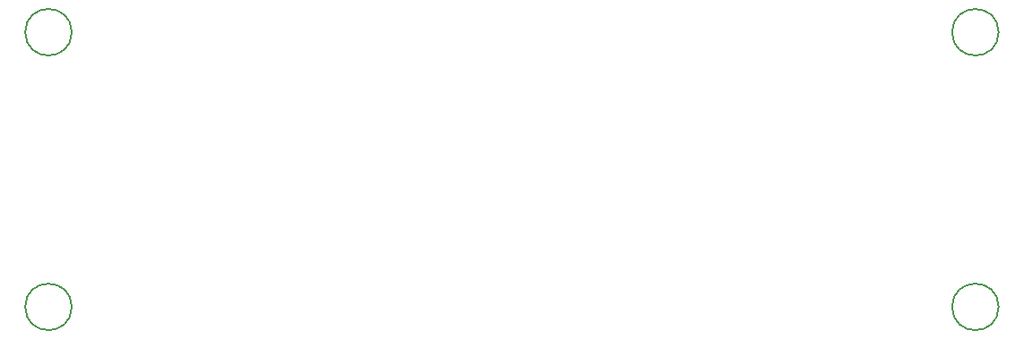
<source format=gbr>
G04 #@! TF.GenerationSoftware,KiCad,Pcbnew,(5.1.5)-3*
G04 #@! TF.CreationDate,2020-05-17T20:07:59+05:30*
G04 #@! TF.ProjectId,ArmTrax,41726d54-7261-4782-9e6b-696361645f70,rev?*
G04 #@! TF.SameCoordinates,Original*
G04 #@! TF.FileFunction,Other,Comment*
%FSLAX46Y46*%
G04 Gerber Fmt 4.6, Leading zero omitted, Abs format (unit mm)*
G04 Created by KiCad (PCBNEW (5.1.5)-3) date 2020-05-17 20:07:59*
%MOMM*%
%LPD*%
G04 APERTURE LIST*
%ADD10C,0.150000*%
G04 APERTURE END LIST*
D10*
X152600000Y-76700000D02*
G75*
G03X152600000Y-76700000I-2200000J0D01*
G01*
X152600000Y-50700000D02*
G75*
G03X152600000Y-50700000I-2200000J0D01*
G01*
X65000000Y-76700000D02*
G75*
G03X65000000Y-76700000I-2200000J0D01*
G01*
X65000000Y-50700000D02*
G75*
G03X65000000Y-50700000I-2200000J0D01*
G01*
M02*

</source>
